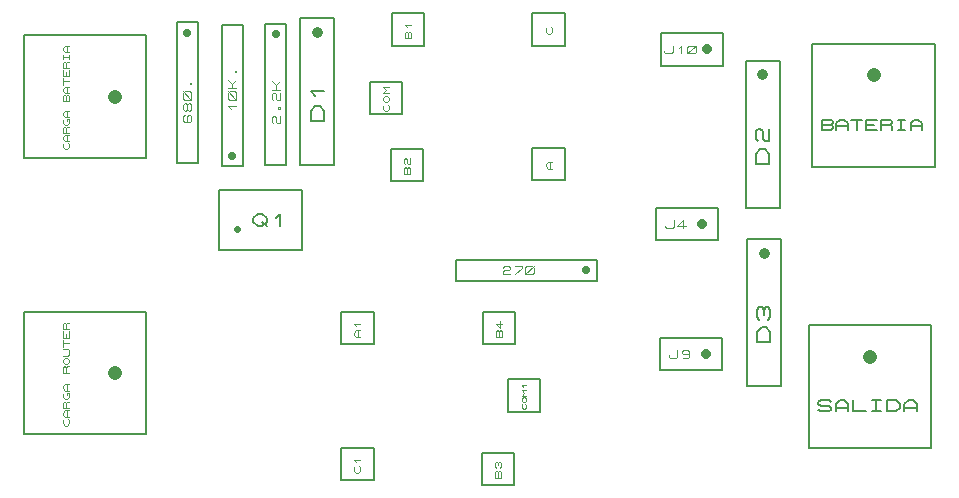
<source format=gbr>
G04 PROTEUS GERBER X2 FILE*
%TF.GenerationSoftware,Labcenter,Proteus,8.13-SP0-Build31525*%
%TF.CreationDate,2024-10-28T14:47:28+00:00*%
%TF.FileFunction,AssemblyDrawing,Top*%
%TF.FilePolarity,Positive*%
%TF.Part,Single*%
%TF.SameCoordinates,{34124c4d-f2d1-4a7d-b498-645d5fdee650}*%
%FSLAX45Y45*%
%MOMM*%
G01*
%TA.AperFunction,Material*%
%ADD20C,0.203200*%
%ADD28C,1.219200*%
%ADD29C,0.076270*%
%ADD72C,0.082480*%
%ADD73C,0.711200*%
%ADD30C,0.110230*%
%ADD31C,0.914400*%
%ADD32C,0.186690*%
%ADD33C,0.084660*%
%ADD34C,0.812800*%
%ADD35C,0.063500*%
%ADD36C,0.161710*%
%ADD37C,0.609600*%
%ADD38C,0.168480*%
%ADD39C,0.139330*%
%TD.AperFunction*%
D20*
X+477840Y+3181840D02*
X+1514160Y+3181840D01*
X+1514160Y+4218160D01*
X+477840Y+4218160D01*
X+477840Y+3181840D01*
D28*
X+1250000Y+3700000D02*
X+1250000Y+3700000D01*
D29*
X+848696Y+3305262D02*
X+856324Y+3296681D01*
X+856324Y+3270937D01*
X+841068Y+3253775D01*
X+825813Y+3253775D01*
X+810557Y+3270937D01*
X+810557Y+3296681D01*
X+818185Y+3305262D01*
X+856324Y+3322425D02*
X+825813Y+3322425D01*
X+810557Y+3339587D01*
X+810557Y+3356750D01*
X+825813Y+3373912D01*
X+856324Y+3373912D01*
X+841068Y+3322425D02*
X+841068Y+3373912D01*
X+856324Y+3391075D02*
X+810557Y+3391075D01*
X+810557Y+3433981D01*
X+818185Y+3442562D01*
X+825813Y+3442562D01*
X+833440Y+3433981D01*
X+833440Y+3391075D01*
X+833440Y+3433981D02*
X+841068Y+3442562D01*
X+856324Y+3442562D01*
X+841068Y+3494050D02*
X+841068Y+3511212D01*
X+856324Y+3511212D01*
X+856324Y+3476887D01*
X+841068Y+3459725D01*
X+825813Y+3459725D01*
X+810557Y+3476887D01*
X+810557Y+3502631D01*
X+818185Y+3511212D01*
X+856324Y+3528375D02*
X+825813Y+3528375D01*
X+810557Y+3545537D01*
X+810557Y+3562700D01*
X+825813Y+3579862D01*
X+856324Y+3579862D01*
X+841068Y+3528375D02*
X+841068Y+3579862D01*
X+856324Y+3665675D02*
X+810557Y+3665675D01*
X+810557Y+3708581D01*
X+818185Y+3717162D01*
X+825813Y+3717162D01*
X+833440Y+3708581D01*
X+841068Y+3717162D01*
X+848696Y+3717162D01*
X+856324Y+3708581D01*
X+856324Y+3665675D01*
X+833440Y+3665675D02*
X+833440Y+3708581D01*
X+856324Y+3734325D02*
X+825813Y+3734325D01*
X+810557Y+3751487D01*
X+810557Y+3768650D01*
X+825813Y+3785812D01*
X+856324Y+3785812D01*
X+841068Y+3734325D02*
X+841068Y+3785812D01*
X+810557Y+3802975D02*
X+810557Y+3854462D01*
X+810557Y+3828718D02*
X+856324Y+3828718D01*
X+856324Y+3923112D02*
X+856324Y+3871625D01*
X+810557Y+3871625D01*
X+810557Y+3923112D01*
X+833440Y+3871625D02*
X+833440Y+3905950D01*
X+856324Y+3940275D02*
X+810557Y+3940275D01*
X+810557Y+3983181D01*
X+818185Y+3991762D01*
X+825813Y+3991762D01*
X+833440Y+3983181D01*
X+833440Y+3940275D01*
X+833440Y+3983181D02*
X+841068Y+3991762D01*
X+856324Y+3991762D01*
X+810557Y+4017506D02*
X+810557Y+4051831D01*
X+810557Y+4034668D02*
X+856324Y+4034668D01*
X+856324Y+4017506D02*
X+856324Y+4051831D01*
X+856324Y+4077575D02*
X+825813Y+4077575D01*
X+810557Y+4094737D01*
X+810557Y+4111900D01*
X+825813Y+4129062D01*
X+856324Y+4129062D01*
X+841068Y+4077575D02*
X+841068Y+4129062D01*
D20*
X+477840Y+841840D02*
X+1514160Y+841840D01*
X+1514160Y+1878160D01*
X+477840Y+1878160D01*
X+477840Y+841840D01*
D28*
X+1250000Y+1360000D02*
X+1250000Y+1360000D01*
D72*
X+849938Y+970240D02*
X+858187Y+960960D01*
X+858187Y+933120D01*
X+841689Y+914560D01*
X+825191Y+914560D01*
X+808693Y+933120D01*
X+808693Y+960960D01*
X+816942Y+970240D01*
X+858187Y+988800D02*
X+825191Y+988800D01*
X+808693Y+1007360D01*
X+808693Y+1025920D01*
X+825191Y+1044480D01*
X+858187Y+1044480D01*
X+841689Y+988800D02*
X+841689Y+1044480D01*
X+858187Y+1063040D02*
X+808693Y+1063040D01*
X+808693Y+1109440D01*
X+816942Y+1118720D01*
X+825191Y+1118720D01*
X+833440Y+1109440D01*
X+833440Y+1063040D01*
X+833440Y+1109440D02*
X+841689Y+1118720D01*
X+858187Y+1118720D01*
X+841689Y+1174400D02*
X+841689Y+1192960D01*
X+858187Y+1192960D01*
X+858187Y+1155840D01*
X+841689Y+1137280D01*
X+825191Y+1137280D01*
X+808693Y+1155840D01*
X+808693Y+1183680D01*
X+816942Y+1192960D01*
X+858187Y+1211520D02*
X+825191Y+1211520D01*
X+808693Y+1230080D01*
X+808693Y+1248640D01*
X+825191Y+1267200D01*
X+858187Y+1267200D01*
X+841689Y+1211520D02*
X+841689Y+1267200D01*
X+858187Y+1360000D02*
X+808693Y+1360000D01*
X+808693Y+1406400D01*
X+816942Y+1415680D01*
X+825191Y+1415680D01*
X+833440Y+1406400D01*
X+833440Y+1360000D01*
X+833440Y+1406400D02*
X+841689Y+1415680D01*
X+858187Y+1415680D01*
X+825191Y+1434240D02*
X+808693Y+1452800D01*
X+808693Y+1471360D01*
X+825191Y+1489920D01*
X+841689Y+1489920D01*
X+858187Y+1471360D01*
X+858187Y+1452800D01*
X+841689Y+1434240D01*
X+825191Y+1434240D01*
X+808693Y+1508480D02*
X+849938Y+1508480D01*
X+858187Y+1517760D01*
X+858187Y+1554880D01*
X+849938Y+1564160D01*
X+808693Y+1564160D01*
X+808693Y+1582720D02*
X+808693Y+1638400D01*
X+808693Y+1610560D02*
X+858187Y+1610560D01*
X+858187Y+1712640D02*
X+858187Y+1656960D01*
X+808693Y+1656960D01*
X+808693Y+1712640D01*
X+833440Y+1656960D02*
X+833440Y+1694080D01*
X+858187Y+1731200D02*
X+808693Y+1731200D01*
X+808693Y+1777600D01*
X+816942Y+1786880D01*
X+825191Y+1786880D01*
X+833440Y+1777600D01*
X+833440Y+1731200D01*
X+833440Y+1777600D02*
X+841689Y+1786880D01*
X+858187Y+1786880D01*
D20*
X+2521100Y+3125100D02*
X+2698900Y+3125100D01*
X+2698900Y+4318900D01*
X+2521100Y+4318900D01*
X+2521100Y+3125100D01*
D73*
X+2610000Y+4230000D02*
X+2610000Y+4230000D01*
D30*
X+2587953Y+3473747D02*
X+2576930Y+3486149D01*
X+2576930Y+3523353D01*
X+2587953Y+3535755D01*
X+2598977Y+3535755D01*
X+2610000Y+3523353D01*
X+2610000Y+3486149D01*
X+2621024Y+3473747D01*
X+2643071Y+3473747D01*
X+2643071Y+3535755D01*
X+2632048Y+3597762D02*
X+2632048Y+3610164D01*
X+2643071Y+3610164D01*
X+2643071Y+3597762D01*
X+2632048Y+3597762D01*
X+2587953Y+3672171D02*
X+2576930Y+3684573D01*
X+2576930Y+3721777D01*
X+2587953Y+3734179D01*
X+2598977Y+3734179D01*
X+2610000Y+3721777D01*
X+2610000Y+3684573D01*
X+2621024Y+3672171D01*
X+2643071Y+3672171D01*
X+2643071Y+3734179D01*
X+2576930Y+3758982D02*
X+2643071Y+3758982D01*
X+2576930Y+3833391D02*
X+2610000Y+3796186D01*
X+2643071Y+3833391D01*
X+2610000Y+3758982D02*
X+2610000Y+3796186D01*
D20*
X+2817760Y+3119700D02*
X+3104780Y+3119700D01*
X+3104780Y+4364300D01*
X+2817760Y+4364300D01*
X+2817760Y+3119700D01*
D31*
X+2960000Y+4250000D02*
X+2960000Y+4250000D01*
D32*
X+3017277Y+3493969D02*
X+2905263Y+3493969D01*
X+2905263Y+3577979D01*
X+2942601Y+3619984D01*
X+2979939Y+3619984D01*
X+3017277Y+3577979D01*
X+3017277Y+3493969D01*
X+2942601Y+3703995D02*
X+2905263Y+3746000D01*
X+3017277Y+3746000D01*
D20*
X+3592840Y+4132840D02*
X+3867160Y+4132840D01*
X+3867160Y+4407160D01*
X+3592840Y+4407160D01*
X+3592840Y+4132840D01*
D33*
X+3755400Y+4193801D02*
X+3704601Y+4193801D01*
X+3704601Y+4241425D01*
X+3713067Y+4250950D01*
X+3721534Y+4250950D01*
X+3730000Y+4241425D01*
X+3738467Y+4250950D01*
X+3746934Y+4250950D01*
X+3755400Y+4241425D01*
X+3755400Y+4193801D01*
X+3730000Y+4193801D02*
X+3730000Y+4241425D01*
X+3721534Y+4289049D02*
X+3704601Y+4308099D01*
X+3755400Y+4308099D01*
D20*
X+3582840Y+2982840D02*
X+3857160Y+2982840D01*
X+3857160Y+3257160D01*
X+3582840Y+3257160D01*
X+3582840Y+2982840D01*
D33*
X+3745400Y+3043801D02*
X+3694601Y+3043801D01*
X+3694601Y+3091425D01*
X+3703067Y+3100950D01*
X+3711534Y+3100950D01*
X+3720000Y+3091425D01*
X+3728467Y+3100950D01*
X+3736934Y+3100950D01*
X+3745400Y+3091425D01*
X+3745400Y+3043801D01*
X+3720000Y+3043801D02*
X+3720000Y+3091425D01*
X+3703067Y+3129524D02*
X+3694601Y+3139049D01*
X+3694601Y+3167624D01*
X+3703067Y+3177149D01*
X+3711534Y+3177149D01*
X+3720000Y+3167624D01*
X+3720000Y+3139049D01*
X+3728467Y+3129524D01*
X+3745400Y+3129524D01*
X+3745400Y+3177149D01*
D20*
X+3402840Y+3552840D02*
X+3677160Y+3552840D01*
X+3677160Y+3827160D01*
X+3402840Y+3827160D01*
X+3402840Y+3552840D01*
D33*
X+3556934Y+3632851D02*
X+3565400Y+3623326D01*
X+3565400Y+3594751D01*
X+3548467Y+3575702D01*
X+3531534Y+3575702D01*
X+3514601Y+3594751D01*
X+3514601Y+3623326D01*
X+3523067Y+3632851D01*
X+3531534Y+3651901D02*
X+3514601Y+3670950D01*
X+3514601Y+3690000D01*
X+3531534Y+3709050D01*
X+3548467Y+3709050D01*
X+3565400Y+3690000D01*
X+3565400Y+3670950D01*
X+3548467Y+3651901D01*
X+3531534Y+3651901D01*
X+3565400Y+3728100D02*
X+3514601Y+3728100D01*
X+3540000Y+3756674D01*
X+3514601Y+3785249D01*
X+3565400Y+3785249D01*
D20*
X+4782840Y+4132840D02*
X+5057160Y+4132840D01*
X+5057160Y+4407160D01*
X+4782840Y+4407160D01*
X+4782840Y+4132840D01*
D33*
X+4936934Y+4289050D02*
X+4945400Y+4279525D01*
X+4945400Y+4250950D01*
X+4928467Y+4231901D01*
X+4911534Y+4231901D01*
X+4894601Y+4250950D01*
X+4894601Y+4279525D01*
X+4903067Y+4289050D01*
D20*
X+4782840Y+2992840D02*
X+5057160Y+2992840D01*
X+5057160Y+3267160D01*
X+4782840Y+3267160D01*
X+4782840Y+2992840D01*
D33*
X+4945400Y+3091901D02*
X+4911534Y+3091901D01*
X+4894601Y+3110950D01*
X+4894601Y+3130000D01*
X+4911534Y+3149050D01*
X+4945400Y+3149050D01*
X+4928467Y+3091901D02*
X+4928467Y+3149050D01*
D20*
X+5868840Y+3962840D02*
X+6397160Y+3962840D01*
X+6397160Y+4237160D01*
X+5868840Y+4237160D01*
X+5868840Y+3962840D01*
D34*
X+6260000Y+4100000D02*
X+6260000Y+4100000D01*
D30*
X+5895512Y+4088993D02*
X+5895512Y+4077986D01*
X+5907894Y+4066980D01*
X+5957423Y+4066980D01*
X+5969806Y+4077986D01*
X+5969806Y+4133019D01*
X+6019335Y+4111006D02*
X+6044100Y+4133019D01*
X+6044100Y+4066980D01*
X+6093630Y+4077986D02*
X+6093630Y+4122013D01*
X+6106012Y+4133019D01*
X+6155541Y+4133019D01*
X+6167924Y+4122013D01*
X+6167924Y+4077986D01*
X+6155541Y+4066980D01*
X+6106012Y+4066980D01*
X+6093630Y+4077986D01*
X+6093630Y+4066980D02*
X+6167924Y+4133019D01*
D20*
X+5828840Y+2482840D02*
X+6357160Y+2482840D01*
X+6357160Y+2757160D01*
X+5828840Y+2757160D01*
X+5828840Y+2482840D01*
D34*
X+6220000Y+2620000D02*
X+6220000Y+2620000D01*
D30*
X+5905041Y+2608993D02*
X+5905041Y+2597986D01*
X+5917423Y+2586980D01*
X+5966952Y+2586980D01*
X+5979335Y+2597986D01*
X+5979335Y+2653019D01*
X+6078394Y+2608993D02*
X+6004100Y+2608993D01*
X+6053629Y+2653019D01*
X+6053629Y+2586980D01*
D20*
X+6597760Y+1249700D02*
X+6884780Y+1249700D01*
X+6884780Y+2494300D01*
X+6597760Y+2494300D01*
X+6597760Y+1249700D01*
D31*
X+6740000Y+2380000D02*
X+6740000Y+2380000D01*
D32*
X+6797277Y+1623969D02*
X+6685263Y+1623969D01*
X+6685263Y+1707979D01*
X+6722601Y+1749984D01*
X+6759939Y+1749984D01*
X+6797277Y+1707979D01*
X+6797277Y+1623969D01*
X+6703932Y+1812992D02*
X+6685263Y+1833995D01*
X+6685263Y+1897003D01*
X+6703932Y+1918005D01*
X+6722601Y+1918005D01*
X+6741270Y+1897003D01*
X+6759939Y+1918005D01*
X+6778608Y+1918005D01*
X+6797277Y+1897003D01*
X+6797277Y+1833995D01*
X+6778608Y+1812992D01*
X+6741270Y+1854997D02*
X+6741270Y+1897003D01*
D20*
X+5858840Y+1382840D02*
X+6387160Y+1382840D01*
X+6387160Y+1657160D01*
X+5858840Y+1657160D01*
X+5858840Y+1382840D01*
D34*
X+6250000Y+1520000D02*
X+6250000Y+1520000D01*
D30*
X+5935041Y+1508993D02*
X+5935041Y+1497986D01*
X+5947423Y+1486980D01*
X+5996952Y+1486980D01*
X+6009335Y+1497986D01*
X+6009335Y+1553019D01*
X+6108394Y+1531006D02*
X+6096011Y+1520000D01*
X+6058864Y+1520000D01*
X+6046482Y+1531006D01*
X+6046482Y+1542013D01*
X+6058864Y+1553019D01*
X+6096011Y+1553019D01*
X+6108394Y+1542013D01*
X+6108394Y+1497986D01*
X+6096011Y+1486980D01*
X+6058864Y+1486980D01*
D20*
X+4135100Y+2141100D02*
X+5328900Y+2141100D01*
X+5328900Y+2318900D01*
X+4135100Y+2318900D01*
X+4135100Y+2141100D01*
D73*
X+5240000Y+2230000D02*
X+5240000Y+2230000D01*
D30*
X+4533353Y+2252047D02*
X+4545755Y+2263070D01*
X+4582959Y+2263070D01*
X+4595361Y+2252047D01*
X+4595361Y+2241023D01*
X+4582959Y+2230000D01*
X+4545755Y+2230000D01*
X+4533353Y+2218976D01*
X+4533353Y+2196929D01*
X+4595361Y+2196929D01*
X+4632565Y+2263070D02*
X+4694573Y+2263070D01*
X+4694573Y+2252047D01*
X+4632565Y+2196929D01*
X+4719376Y+2207952D02*
X+4719376Y+2252047D01*
X+4731777Y+2263070D01*
X+4781383Y+2263070D01*
X+4793785Y+2252047D01*
X+4793785Y+2207952D01*
X+4781383Y+2196929D01*
X+4731777Y+2196929D01*
X+4719376Y+2207952D01*
X+4719376Y+2196929D02*
X+4793785Y+2263070D01*
D20*
X+2151100Y+3111100D02*
X+2328900Y+3111100D01*
X+2328900Y+4304900D01*
X+2151100Y+4304900D01*
X+2151100Y+3111100D01*
D73*
X+2240000Y+3200000D02*
X+2240000Y+3200000D01*
D30*
X+2228977Y+3596609D02*
X+2206930Y+3621412D01*
X+2273071Y+3621412D01*
X+2262048Y+3671018D02*
X+2217953Y+3671018D01*
X+2206930Y+3683419D01*
X+2206930Y+3733025D01*
X+2217953Y+3745427D01*
X+2262048Y+3745427D01*
X+2273071Y+3733025D01*
X+2273071Y+3683419D01*
X+2262048Y+3671018D01*
X+2273071Y+3671018D02*
X+2206930Y+3745427D01*
X+2206930Y+3770230D02*
X+2273071Y+3770230D01*
X+2206930Y+3844639D02*
X+2240000Y+3807434D01*
X+2273071Y+3844639D01*
X+2240000Y+3770230D02*
X+2240000Y+3807434D01*
X+2262048Y+3906646D02*
X+2262048Y+3919048D01*
X+2273071Y+3919048D01*
X+2273071Y+3906646D01*
X+2262048Y+3906646D01*
D20*
X+1771100Y+3135100D02*
X+1948900Y+3135100D01*
X+1948900Y+4328900D01*
X+1771100Y+4328900D01*
X+1771100Y+3135100D01*
D73*
X+1860000Y+4240000D02*
X+1860000Y+4240000D01*
D30*
X+1837953Y+3545755D02*
X+1826930Y+3533353D01*
X+1826930Y+3496149D01*
X+1837953Y+3483747D01*
X+1882048Y+3483747D01*
X+1893071Y+3496149D01*
X+1893071Y+3533353D01*
X+1882048Y+3545755D01*
X+1871024Y+3545755D01*
X+1860000Y+3533353D01*
X+1860000Y+3483747D01*
X+1860000Y+3595361D02*
X+1848977Y+3582959D01*
X+1837953Y+3582959D01*
X+1826930Y+3595361D01*
X+1826930Y+3632565D01*
X+1837953Y+3644967D01*
X+1848977Y+3644967D01*
X+1860000Y+3632565D01*
X+1860000Y+3595361D01*
X+1871024Y+3582959D01*
X+1882048Y+3582959D01*
X+1893071Y+3595361D01*
X+1893071Y+3632565D01*
X+1882048Y+3644967D01*
X+1871024Y+3644967D01*
X+1860000Y+3632565D01*
X+1882048Y+3669770D02*
X+1837953Y+3669770D01*
X+1826930Y+3682171D01*
X+1826930Y+3731777D01*
X+1837953Y+3744179D01*
X+1882048Y+3744179D01*
X+1893071Y+3731777D01*
X+1893071Y+3682171D01*
X+1882048Y+3669770D01*
X+1893071Y+3669770D02*
X+1826930Y+3744179D01*
X+1882048Y+3806186D02*
X+1882048Y+3818588D01*
X+1893071Y+3818588D01*
X+1893071Y+3806186D01*
X+1882048Y+3806186D01*
D20*
X+4352840Y+412840D02*
X+4627160Y+412840D01*
X+4627160Y+687160D01*
X+4352840Y+687160D01*
X+4352840Y+412840D01*
D33*
X+4515400Y+473801D02*
X+4464601Y+473801D01*
X+4464601Y+521425D01*
X+4473067Y+530950D01*
X+4481534Y+530950D01*
X+4490000Y+521425D01*
X+4498467Y+530950D01*
X+4506934Y+530950D01*
X+4515400Y+521425D01*
X+4515400Y+473801D01*
X+4490000Y+473801D02*
X+4490000Y+521425D01*
X+4473067Y+559524D02*
X+4464601Y+569049D01*
X+4464601Y+597624D01*
X+4473067Y+607149D01*
X+4481534Y+607149D01*
X+4490000Y+597624D01*
X+4498467Y+607149D01*
X+4506934Y+607149D01*
X+4515400Y+597624D01*
X+4515400Y+569049D01*
X+4506934Y+559524D01*
X+4490000Y+578574D02*
X+4490000Y+597624D01*
D20*
X+4362840Y+1602840D02*
X+4637160Y+1602840D01*
X+4637160Y+1877160D01*
X+4362840Y+1877160D01*
X+4362840Y+1602840D01*
D33*
X+4525400Y+1663801D02*
X+4474601Y+1663801D01*
X+4474601Y+1711425D01*
X+4483067Y+1720950D01*
X+4491534Y+1720950D01*
X+4500000Y+1711425D01*
X+4508467Y+1720950D01*
X+4516934Y+1720950D01*
X+4525400Y+1711425D01*
X+4525400Y+1663801D01*
X+4500000Y+1663801D02*
X+4500000Y+1711425D01*
X+4508467Y+1797149D02*
X+4508467Y+1740000D01*
X+4474601Y+1778099D01*
X+4525400Y+1778099D01*
D20*
X+4572840Y+1032840D02*
X+4847160Y+1032840D01*
X+4847160Y+1307160D01*
X+4572840Y+1307160D01*
X+4572840Y+1032840D01*
D35*
X+4722700Y+1098562D02*
X+4729050Y+1091418D01*
X+4729050Y+1069987D01*
X+4716350Y+1055700D01*
X+4703650Y+1055700D01*
X+4690950Y+1069987D01*
X+4690950Y+1091418D01*
X+4697300Y+1098562D01*
X+4703650Y+1112850D02*
X+4690950Y+1127137D01*
X+4690950Y+1141425D01*
X+4703650Y+1155712D01*
X+4716350Y+1155712D01*
X+4729050Y+1141425D01*
X+4729050Y+1127137D01*
X+4716350Y+1112850D01*
X+4703650Y+1112850D01*
X+4729050Y+1170000D02*
X+4690950Y+1170000D01*
X+4710000Y+1191431D01*
X+4690950Y+1212862D01*
X+4729050Y+1212862D01*
X+4703650Y+1241437D02*
X+4690950Y+1255725D01*
X+4729050Y+1255725D01*
D20*
X+3162840Y+452840D02*
X+3437160Y+452840D01*
X+3437160Y+727160D01*
X+3162840Y+727160D01*
X+3162840Y+452840D01*
D33*
X+3316934Y+570950D02*
X+3325400Y+561425D01*
X+3325400Y+532850D01*
X+3308467Y+513801D01*
X+3291534Y+513801D01*
X+3274601Y+532850D01*
X+3274601Y+561425D01*
X+3283067Y+570950D01*
X+3291534Y+609049D02*
X+3274601Y+628099D01*
X+3325400Y+628099D01*
D20*
X+3162840Y+1602840D02*
X+3437160Y+1602840D01*
X+3437160Y+1877160D01*
X+3162840Y+1877160D01*
X+3162840Y+1602840D01*
D33*
X+3325400Y+1663801D02*
X+3291534Y+1663801D01*
X+3274601Y+1682850D01*
X+3274601Y+1701900D01*
X+3291534Y+1720950D01*
X+3325400Y+1720950D01*
X+3308467Y+1663801D02*
X+3308467Y+1720950D01*
X+3291534Y+1759049D02*
X+3274601Y+1778099D01*
X+3325400Y+1778099D01*
D20*
X+7121840Y+727840D02*
X+8158160Y+727840D01*
X+8158160Y+1764160D01*
X+7121840Y+1764160D01*
X+7121840Y+727840D01*
D28*
X+7640000Y+1500000D02*
X+7640000Y+1500000D01*
D36*
X+7203377Y+1051097D02*
X+7221569Y+1034926D01*
X+7294340Y+1034926D01*
X+7312532Y+1051097D01*
X+7312532Y+1067269D01*
X+7294340Y+1083440D01*
X+7221569Y+1083440D01*
X+7203377Y+1099611D01*
X+7203377Y+1115783D01*
X+7221569Y+1131954D01*
X+7294340Y+1131954D01*
X+7312532Y+1115783D01*
X+7348918Y+1034926D02*
X+7348918Y+1099611D01*
X+7385303Y+1131954D01*
X+7421688Y+1131954D01*
X+7458073Y+1099611D01*
X+7458073Y+1034926D01*
X+7348918Y+1067269D02*
X+7458073Y+1067269D01*
X+7494459Y+1131954D02*
X+7494459Y+1034926D01*
X+7603614Y+1034926D01*
X+7658192Y+1131954D02*
X+7730963Y+1131954D01*
X+7694577Y+1131954D02*
X+7694577Y+1034926D01*
X+7658192Y+1034926D02*
X+7730963Y+1034926D01*
X+7785541Y+1034926D02*
X+7785541Y+1131954D01*
X+7858311Y+1131954D01*
X+7894696Y+1099611D01*
X+7894696Y+1067269D01*
X+7858311Y+1034926D01*
X+7785541Y+1034926D01*
X+7931082Y+1034926D02*
X+7931082Y+1099611D01*
X+7967467Y+1131954D01*
X+8003852Y+1131954D01*
X+8040237Y+1099611D01*
X+8040237Y+1034926D01*
X+7931082Y+1067269D02*
X+8040237Y+1067269D01*
D20*
X+2126940Y+2404740D02*
X+2833060Y+2404740D01*
X+2833060Y+2907660D01*
X+2126940Y+2907660D01*
X+2126940Y+2404740D01*
D37*
X+2276800Y+2580000D02*
X+2276800Y+2580000D01*
D38*
X+2418533Y+2673048D02*
X+2456442Y+2706745D01*
X+2494351Y+2706745D01*
X+2532260Y+2673048D01*
X+2532260Y+2639351D01*
X+2494351Y+2605654D01*
X+2456442Y+2605654D01*
X+2418533Y+2639351D01*
X+2418533Y+2673048D01*
X+2494351Y+2639351D02*
X+2532260Y+2605654D01*
X+2608079Y+2673048D02*
X+2645988Y+2706745D01*
X+2645988Y+2605654D01*
D20*
X+7151840Y+3107840D02*
X+8188160Y+3107840D01*
X+8188160Y+4144160D01*
X+7151840Y+4144160D01*
X+7151840Y+3107840D01*
D28*
X+7670000Y+3880000D02*
X+7670000Y+3880000D01*
D39*
X+7231090Y+3421639D02*
X+7231090Y+3505241D01*
X+7309466Y+3505241D01*
X+7325142Y+3491307D01*
X+7325142Y+3477374D01*
X+7309466Y+3463440D01*
X+7325142Y+3449506D01*
X+7325142Y+3435573D01*
X+7309466Y+3421639D01*
X+7231090Y+3421639D01*
X+7231090Y+3463440D02*
X+7309466Y+3463440D01*
X+7356493Y+3421639D02*
X+7356493Y+3477374D01*
X+7387843Y+3505241D01*
X+7419194Y+3505241D01*
X+7450545Y+3477374D01*
X+7450545Y+3421639D01*
X+7356493Y+3449506D02*
X+7450545Y+3449506D01*
X+7481896Y+3505241D02*
X+7575948Y+3505241D01*
X+7528922Y+3505241D02*
X+7528922Y+3421639D01*
X+7701351Y+3421639D02*
X+7607299Y+3421639D01*
X+7607299Y+3505241D01*
X+7701351Y+3505241D01*
X+7607299Y+3463440D02*
X+7670000Y+3463440D01*
X+7732702Y+3421639D02*
X+7732702Y+3505241D01*
X+7811078Y+3505241D01*
X+7826754Y+3491307D01*
X+7826754Y+3477374D01*
X+7811078Y+3463440D01*
X+7732702Y+3463440D01*
X+7811078Y+3463440D02*
X+7826754Y+3449506D01*
X+7826754Y+3421639D01*
X+7873780Y+3505241D02*
X+7936481Y+3505241D01*
X+7905131Y+3505241D02*
X+7905131Y+3421639D01*
X+7873780Y+3421639D02*
X+7936481Y+3421639D01*
X+7983508Y+3421639D02*
X+7983508Y+3477374D01*
X+8014858Y+3505241D01*
X+8046209Y+3505241D01*
X+8077560Y+3477374D01*
X+8077560Y+3421639D01*
X+7983508Y+3449506D02*
X+8077560Y+3449506D01*
D20*
X+6587760Y+2759700D02*
X+6874780Y+2759700D01*
X+6874780Y+4004300D01*
X+6587760Y+4004300D01*
X+6587760Y+2759700D01*
D31*
X+6730000Y+3890000D02*
X+6730000Y+3890000D01*
D32*
X+6787277Y+3133969D02*
X+6675263Y+3133969D01*
X+6675263Y+3217979D01*
X+6712601Y+3259984D01*
X+6749939Y+3259984D01*
X+6787277Y+3217979D01*
X+6787277Y+3133969D01*
X+6693932Y+3322992D02*
X+6675263Y+3343995D01*
X+6675263Y+3407003D01*
X+6693932Y+3428005D01*
X+6712601Y+3428005D01*
X+6731270Y+3407003D01*
X+6731270Y+3343995D01*
X+6749939Y+3322992D01*
X+6787277Y+3322992D01*
X+6787277Y+3428005D01*
M02*

</source>
